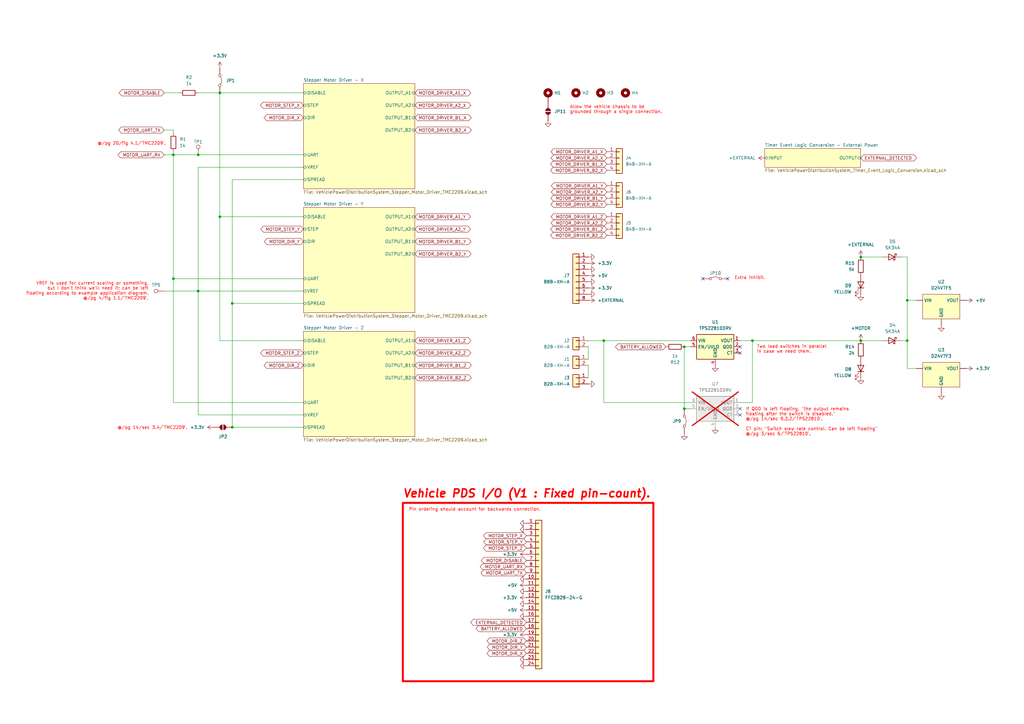
<source format=kicad_sch>
(kicad_sch (version 20250114) (generator "eeschema") (generator_version "9.0")
  (paper "A3")
  (lib_symbols
    (symbol "Connector:TestPoint" (pin_numbers (hide yes)) (pin_names (offset 0.762) (hide yes))
      (property "Reference" "TP" (at 0 6.858 0))
      (property "Value" "TestPoint" (at 0 5.08 0))
      (symbol "TestPoint_0_1"
        (circle (center 0 3.302) (radius 0.762))
      )
      (symbol "TestPoint_1_1"
        (pin passive line (at 0 0 90) (length 2.54) (name "1") (number "1"))
      )
    )
    (symbol "Connector_Generic:Conn_01x02" (pin_names (offset 1.016) (hide yes))
      (property "Reference" "J" (at 0 2.54 0))
      (property "Value" "Conn_01x02" (at 0 -5.08 0))
      (symbol "Conn_01x02_1_1"
        (rectangle (start -1.27 1.27) (end 1.27 -3.81) (stroke (width 0.254)) (fill (type background)))
        (rectangle (start -1.27 0.127) (end 0 -0.127) (stroke (width 0.1524)))
        (rectangle (start -1.27 -2.413) (end 0 -2.667) (stroke (width 0.1524)))
        (pin passive line (at -5.08 0 0) (length 3.81) (name "Pin_1") (number "1"))
        (pin passive line (at -5.08 -2.54 0) (length 3.81) (name "Pin_2") (number "2"))
      )
    )
    (symbol "Connector_Generic:Conn_01x04" (pin_names (offset 1.016) (hide yes))
      (property "Reference" "J" (at 0 5.08 0))
      (property "Value" "Conn_01x04" (at 0 -7.62 0))
      (symbol "Conn_01x04_1_1"
        (rectangle (start -1.27 3.81) (end 1.27 -6.35) (stroke (width 0.254)) (fill (type background)))
        (rectangle (start -1.27 2.667) (end 0 2.413) (stroke (width 0.1524)))
        (rectangle (start -1.27 0.127) (end 0 -0.127) (stroke (width 0.1524)))
        (rectangle (start -1.27 -2.413) (end 0 -2.667) (stroke (width 0.1524)))
        (rectangle (start -1.27 -4.953) (end 0 -5.207) (stroke (width 0.1524)))
        (pin passive line (at -5.08 2.54 0) (length 3.81) (name "Pin_1") (number "1"))
        (pin passive line (at -5.08 0 0) (length 3.81) (name "Pin_2") (number "2"))
        (pin passive line (at -5.08 -2.54 0) (length 3.81) (name "Pin_3") (number "3"))
        (pin passive line (at -5.08 -5.08 0) (length 3.81) (name "Pin_4") (number "4"))
      )
    )
    (symbol "Connector_Generic:Conn_01x08" (pin_names (offset 1.016) (hide yes))
      (property "Reference" "J" (at 0 10.16 0))
      (property "Value" "Conn_01x08" (at 0 -12.7 0))
      (symbol "Conn_01x08_1_1"
        (rectangle (start -1.27 8.89) (end 1.27 -11.43) (stroke (width 0.254)) (fill (type background)))
        (rectangle (start -1.27 7.747) (end 0 7.493) (stroke (width 0.1524)))
        (rectangle (start -1.27 5.207) (end 0 4.953) (stroke (width 0.1524)))
        (rectangle (start -1.27 2.667) (end 0 2.413) (stroke (width 0.1524)))
        (rectangle (start -1.27 0.127) (end 0 -0.127) (stroke (width 0.1524)))
        (rectangle (start -1.27 -2.413) (end 0 -2.667) (stroke (width 0.1524)))
        (rectangle (start -1.27 -4.953) (end 0 -5.207) (stroke (width 0.1524)))
        (rectangle (start -1.27 -7.493) (end 0 -7.747) (stroke (width 0.1524)))
        (rectangle (start -1.27 -10.033) (end 0 -10.287) (stroke (width 0.1524)))
        (pin passive line (at -5.08 7.62 0) (length 3.81) (name "Pin_1") (number "1"))
        (pin passive line (at -5.08 5.08 0) (length 3.81) (name "Pin_2") (number "2"))
        (pin passive line (at -5.08 2.54 0) (length 3.81) (name "Pin_3") (number "3"))
        (pin passive line (at -5.08 0 0) (length 3.81) (name "Pin_4") (number "4"))
        (pin passive line (at -5.08 -2.54 0) (length 3.81) (name "Pin_5") (number "5"))
        (pin passive line (at -5.08 -5.08 0) (length 3.81) (name "Pin_6") (number "6"))
        (pin passive line (at -5.08 -7.62 0) (length 3.81) (name "Pin_7") (number "7"))
        (pin passive line (at -5.08 -10.16 0) (length 3.81) (name "Pin_8") (number "8"))
      )
    )
    (symbol "Connector_Generic:Conn_01x24" (pin_names (offset 1.016) (hide yes))
      (property "Reference" "J" (at 0 30.48 0))
      (property "Value" "Conn_01x24" (at 0 -33.02 0))
      (symbol "Conn_01x24_1_1"
        (rectangle (start -1.27 29.21) (end 1.27 -31.75) (stroke (width 0.254)) (fill (type background)))
        (rectangle (start -1.27 28.067) (end 0 27.813) (stroke (width 0.1524)))
        (rectangle (start -1.27 25.527) (end 0 25.273) (stroke (width 0.1524)))
        (rectangle (start -1.27 22.987) (end 0 22.733) (stroke (width 0.1524)))
        (rectangle (start -1.27 20.447) (end 0 20.193) (stroke (width 0.1524)))
        (rectangle (start -1.27 17.907) (end 0 17.653) (stroke (width 0.1524)))
        (rectangle (start -1.27 15.367) (end 0 15.113) (stroke (width 0.1524)))
        (rectangle (start -1.27 12.827) (end 0 12.573) (stroke (width 0.1524)))
        (rectangle (start -1.27 10.287) (end 0 10.033) (stroke (width 0.1524)))
        (rectangle (start -1.27 7.747) (end 0 7.493) (stroke (width 0.1524)))
        (rectangle (start -1.27 5.207) (end 0 4.953) (stroke (width 0.1524)))
        (rectangle (start -1.27 2.667) (end 0 2.413) (stroke (width 0.1524)))
        (rectangle (start -1.27 0.127) (end 0 -0.127) (stroke (width 0.1524)))
        (rectangle (start -1.27 -2.413) (end 0 -2.667) (stroke (width 0.1524)))
        (rectangle (start -1.27 -4.953) (end 0 -5.207) (stroke (width 0.1524)))
        (rectangle (start -1.27 -7.493) (end 0 -7.747) (stroke (width 0.1524)))
        (rectangle (start -1.27 -10.033) (end 0 -10.287) (stroke (width 0.1524)))
        (rectangle (start -1.27 -12.573) (end 0 -12.827) (stroke (width 0.1524)))
        (rectangle (start -1.27 -15.113) (end 0 -15.367) (stroke (width 0.1524)))
        (rectangle (start -1.27 -17.653) (end 0 -17.907) (stroke (width 0.1524)))
        (rectangle (start -1.27 -20.193) (end 0 -20.447) (stroke (width 0.1524)))
        (rectangle (start -1.27 -22.733) (end 0 -22.987) (stroke (width 0.1524)))
        (rectangle (start -1.27 -25.273) (end 0 -25.527) (stroke (width 0.1524)))
        (rectangle (start -1.27 -27.813) (end 0 -28.067) (stroke (width 0.1524)))
        (rectangle (start -1.27 -30.353) (end 0 -30.607) (stroke (width 0.1524)))
        (pin passive line (at -5.08 27.94 0) (length 3.81) (name "Pin_1") (number "1"))
        (pin passive line (at -5.08 25.4 0) (length 3.81) (name "Pin_2") (number "2"))
        (pin passive line (at -5.08 22.86 0) (length 3.81) (name "Pin_3") (number "3"))
        (pin passive line (at -5.08 20.32 0) (length 3.81) (name "Pin_4") (number "4"))
        (pin passive line (at -5.08 17.78 0) (length 3.81) (name "Pin_5") (number "5"))
        (pin passive line (at -5.08 15.24 0) (length 3.81) (name "Pin_6") (number "6"))
        (pin passive line (at -5.08 12.7 0) (length 3.81) (name "Pin_7") (number "7"))
        (pin passive line (at -5.08 10.16 0) (length 3.81) (name "Pin_8") (number "8"))
        (pin passive line (at -5.08 7.62 0) (length 3.81) (name "Pin_9") (number "9"))
        (pin passive line (at -5.08 5.08 0) (length 3.81) (name "Pin_10") (number "10"))
        (pin passive line (at -5.08 2.54 0) (length 3.81) (name "Pin_11") (number "11"))
        (pin passive line (at -5.08 0 0) (length 3.81) (name "Pin_12") (number "12"))
        (pin passive line (at -5.08 -2.54 0) (length 3.81) (name "Pin_13") (number "13"))
        (pin passive line (at -5.08 -5.08 0) (length 3.81) (name "Pin_14") (number "14"))
        (pin passive line (at -5.08 -7.62 0) (length 3.81) (name "Pin_15") (number "15"))
        (pin passive line (at -5.08 -10.16 0) (length 3.81) (name "Pin_16") (number "16"))
        (pin passive line (at -5.08 -12.7 0) (length 3.81) (name "Pin_17") (number "17"))
        (pin passive line (at -5.08 -15.24 0) (length 3.81) (name "Pin_18") (number "18"))
        (pin passive line (at -5.08 -17.78 0) (length 3.81) (name "Pin_19") (number "19"))
        (pin passive line (at -5.08 -20.32 0) (length 3.81) (name "Pin_20") (number "20"))
        (pin passive line (at -5.08 -22.86 0) (length 3.81) (name "Pin_21") (number "21"))
        (pin passive line (at -5.08 -25.4 0) (length 3.81) (name "Pin_22") (number "22"))
        (pin passive line (at -5.08 -27.94 0) (length 3.81) (name "Pin_23") (number "23"))
        (pin passive line (at -5.08 -30.48 0) (length 3.81) (name "Pin_24") (number "24"))
      )
    )
    (symbol "D24V7Fx:D24V7Fx" (pin_numbers (hide yes))
      (property "Reference" "U" (at 8.382 -2.032 0))
      (property "Value" "D24V7Fx" (at 8.382 -4.318 0))
      (symbol "D24V7Fx_0_1"
        (rectangle (start -7.62 5.08) (end 7.62 -5.08) (fill (type background)))
      )
      (symbol "D24V7Fx_1_1"
        (pin passive line (at -10.16 2.54 0) (length 2.54) (name "VIN") (number "VIN"))
        (pin passive line (at 0 -7.62 90) (length 2.54) (name "GND") (number "GND"))
        (pin passive line (at 10.16 2.54 180) (length 2.54) (name "VOUT") (number "VOUT"))
      )
    )
    (symbol "Device:D_Schottky" (pin_numbers (hide yes)) (pin_names (offset 1.016) (hide yes))
      (property "Reference" "D" (at 0 2.54 0))
      (property "Value" "D_Schottky" (at 0 -2.54 0))
      (symbol "D_Schottky_0_1"
        (polyline (pts (xy -1.905 0.635) (xy -1.905 1.27) (xy -1.27 1.27) (xy -1.27 -1.27) (xy -0.635 -1.27) (xy -0.635 -0.635)) (stroke (width 0.254)))
        (polyline (pts (xy 1.27 1.27) (xy 1.27 -1.27) (xy -1.27 0) (xy 1.27 1.27)) (stroke (width 0.254)))
        (polyline (pts (xy 1.27 0) (xy -1.27 0)))
      )
      (symbol "D_Schottky_1_1"
        (pin passive line (at -3.81 0 0) (length 2.54) (name "K") (number "1"))
        (pin passive line (at 3.81 0 180) (length 2.54) (name "A") (number "2"))
      )
    )
    (symbol "Device:LED" (pin_numbers (hide yes)) (pin_names (offset 1.016) (hide yes))
      (property "Reference" "D" (at 0 2.54 0))
      (property "Value" "LED" (at 0 -2.54 0))
      (symbol "LED_0_1"
        (polyline (pts (xy -3.048 -0.762) (xy -4.572 -2.286) (xy -3.81 -2.286) (xy -4.572 -2.286) (xy -4.572 -1.524)))
        (polyline (pts (xy -1.778 -0.762) (xy -3.302 -2.286) (xy -2.54 -2.286) (xy -3.302 -2.286) (xy -3.302 -1.524)))
        (polyline (pts (xy -1.27 0) (xy 1.27 0)))
        (polyline (pts (xy -1.27 -1.27) (xy -1.27 1.27)) (stroke (width 0.254)))
        (polyline (pts (xy 1.27 -1.27) (xy 1.27 1.27) (xy -1.27 0) (xy 1.27 -1.27)) (stroke (width 0.254)))
      )
      (symbol "LED_1_1"
        (pin passive line (at -3.81 0 0) (length 2.54) (name "K") (number "1"))
        (pin passive line (at 3.81 0 180) (length 2.54) (name "A") (number "2"))
      )
    )
    (symbol "Device:R" (pin_numbers (hide yes)) (pin_names (offset 0))
      (property "Reference" "R" (at 2.032 0 90))
      (property "Value" "R" (at 0 0 90))
      (symbol "R_0_1"
        (rectangle (start -1.016 -2.54) (end 1.016 2.54) (stroke (width 0.254)))
      )
      (symbol "R_1_1"
        (pin passive line (at 0 3.81 270) (length 1.27) (name "~") (number "1"))
        (pin passive line (at 0 -3.81 90) (length 1.27) (name "~") (number "2"))
      )
    )
    (symbol "Jumper:Jumper_2_Bridged" (pin_numbers (hide yes)) (pin_names (offset 0) (hide yes))
      (property "Reference" "JP" (at 0 1.905 0))
      (property "Value" "Jumper_2_Bridged" (at 0 -2.54 0))
      (symbol "Jumper_2_Bridged_0_0"
        (circle (center -2.032 0) (radius 0.508))
        (circle (center 2.032 0) (radius 0.508))
      )
      (symbol "Jumper_2_Bridged_0_1"
        (arc (start -1.524 0.254) (mid 0 0.762) (end 1.524 0.254))
      )
      (symbol "Jumper_2_Bridged_1_1"
        (pin passive line (at -5.08 0 0) (length 2.54) (name "A") (number "1"))
        (pin passive line (at 5.08 0 180) (length 2.54) (name "B") (number "2"))
      )
    )
    (symbol "Jumper:SolderJumper_2_Open" (pin_numbers (hide yes)) (pin_names (offset 0) (hide yes)) (in_bom no)
      (property "Reference" "JP" (at 0 2.032 0))
      (property "Value" "SolderJumper_2_Open" (at 0 -2.54 0))
      (symbol "SolderJumper_2_Open_0_1"
        (polyline (pts (xy -0.254 1.016) (xy -0.254 -1.016)))
        (arc (start -0.254 -1.016) (mid -1.2656 0) (end -0.254 1.016))
        (arc (start -0.254 -1.016) (mid -1.2656 0) (end -0.254 1.016) (fill (type outline)))
        (arc (start 0.254 1.016) (mid 1.2656 0) (end 0.254 -1.016))
        (arc (start 0.254 1.016) (mid 1.2656 0) (end 0.254 -1.016) (fill (type outline)))
        (polyline (pts (xy 0.254 1.016) (xy 0.254 -1.016)))
      )
      (symbol "SolderJumper_2_Open_1_1"
        (pin passive line (at -3.81 0 0) (length 2.54) (name "A") (number "1"))
        (pin passive line (at 3.81 0 180) (length 2.54) (name "B") (number "2"))
      )
    )
    (symbol "Mechanical:MountingHole" (pin_names (offset 1.016)) (in_bom no)
      (property "Reference" "H" (at 0 5.08 0))
      (property "Value" "MountingHole" (at 0 3.175 0))
      (symbol "MountingHole_0_1"
        (circle (center 0 0) (radius 1.27) (stroke (width 1.27)))
      )
    )
    (symbol "Mechanical:MountingHole_Pad" (pin_numbers (hide yes)) (pin_names (offset 1.016) (hide yes)) (in_bom no)
      (property "Reference" "H" (at 0 6.35 0))
      (property "Value" "MountingHole_Pad" (at 0 4.445 0))
      (symbol "MountingHole_Pad_0_1"
        (circle (center 0 1.27) (radius 1.27) (stroke (width 1.27)))
      )
      (symbol "MountingHole_Pad_1_1"
        (pin input line (at 0 -2.54 90) (length 2.54) (name "1") (number "1"))
      )
    )
    (symbol "Power_Management:TPS22810DRV"
      (property "Reference" "U" (at -6.35 6.35 0))
      (property "Value" "TPS22810DRV" (at 7.62 -6.35 0))
      (symbol "TPS22810DRV_1_1"
        (rectangle (start -7.62 5.08) (end 7.62 -5.08) (stroke (width 0.254)) (fill (type background)))
        (pin power_in line (at -10.16 2.54 0) (length 2.54) (name "VIN") (number "6"))
        (pin input line (at -10.16 0 0) (length 2.54) (name "EN/UVLO") (number "5"))
        (pin power_in line (at 0 -7.62 90) (length 2.54) (name "GND") (number "4"))
        (pin passive line (at 0 -7.62 90) (length 2.54) (hide yes) (name "GND") (number "7"))
        (pin power_out line (at 10.16 2.54 180) (length 2.54) (name "VOUT") (number "1"))
        (pin open_collector line (at 10.16 0 180) (length 2.54) (name "QOD") (number "2"))
        (pin output line (at 10.16 -2.54 180) (length 2.54) (name "CT") (number "3"))
      )
    )
    (symbol "power:+3.3V" (power) (pin_numbers (hide yes)) (pin_names (offset 0) (hide yes))
      (property "Value" "+3.3V" (at 0 3.556 0))
      (symbol "+3.3V_0_1"
        (polyline (pts (xy -0.762 1.27) (xy 0 2.54)))
        (polyline (pts (xy 0 2.54) (xy 0.762 1.27)))
        (polyline (pts (xy 0 0) (xy 0 2.54)))
      )
      (symbol "+3.3V_1_1"
        (pin power_in line (at 0 0 90) (length 0) (name "~") (number "1"))
      )
    )
    (symbol "power:+BATT" (power) (pin_numbers (hide yes)) (pin_names (offset 0) (hide yes))
      (property "Value" "+BATT" (at 0 3.556 0))
      (symbol "+BATT_0_1"
        (polyline (pts (xy -0.762 1.27) (xy 0 2.54)))
        (polyline (pts (xy 0 2.54) (xy 0.762 1.27)))
        (polyline (pts (xy 0 0) (xy 0 2.54)))
      )
      (symbol "+BATT_1_1"
        (pin power_in line (at 0 0 90) (length 0) (name "~") (number "1"))
      )
    )
    (symbol "power:GND" (power) (pin_numbers (hide yes)) (pin_names (offset 0) (hide yes))
      (property "Value" "GND" (at 0 -3.81 0))
      (symbol "GND_0_1"
        (polyline (pts (xy 0 0) (xy 0 -1.27) (xy 1.27 -1.27) (xy 0 -2.54) (xy -1.27 -1.27) (xy 0 -1.27)))
      )
      (symbol "GND_1_1"
        (pin power_in line (at 0 0 270) (length 0) (name "~") (number "1"))
      )
    )
  )
  (rectangle (start 165.227 206.248) (end 267.97 279.4) (stroke (width 0.8128) (color 255 0 0 1)))
  (text "Pin ordering should account for backwards connection." (at 167.64 208.28 0) (effects (font (size 1.27 1.27) (thickness 0.1588)) (justify left top)))
  (text "Allow the vehicle chassis to be\ngrounded through a single connection." (at 233.68 43.18 0) (effects (font (size 1.27 1.27) (thickness 0.1588)) (justify left top)))
  (text "@/pg 20/fig 4.1/`TMC2209`." (at 68.072 58.928 0) (effects (font (size 1.27 1.27) (thickness 0.1588)) (justify right)))
  (text "Two load switches in parallel\nin case we need them." (at 310.388 141.478 0) (effects (font (size 1.27 1.27) (thickness 0.1588)) (justify left top)))
  (text "@/pg 14/sec 3.4/`TMC2209`." (at 76.962 175.514 0) (effects (font (size 1.27 1.27) (thickness 0.1588)) (justify right)))
  (text "VREF is used for current scaling or something,\nbut I don't think we'll need it; can be left\nfloating according to example application diagram.\n@/pg 4/fig 1.1/`TMC2209`." (at 60.96 119.38 0) (effects (font (size 1.27 1.27) (thickness 0.1588)) (justify right)))
  (text "Vehicle PDS I/O (V1 : Fixed pin-count)." (at 165.1 204.47 0) (effects (font (size 3.2512 3.2512) (thickness 0.6502) (bold yes) (italic yes)) (justify left bottom)))
  (text "Extra inhibit." (at 301.244 113.284 0) (effects (font (size 1.27 1.27) (thickness 0.1588)) (justify left top)))
  (text "If QOD is left floating, \"the output remains\nfloating after the switch is disabled.\"\n@/pg 14/sec 9.3.2/`TPS22810`.\n\nCT pin: \"Switch slew rate control. Can be left floating\"\n@/pg 3/sec 6/`TPS22810`." (at 305.816 167.132 0) (effects (font (size 1.27 1.27) (thickness 0.1588)) (justify left top)))
  (junction (at 372.11 123.19))
  (junction (at 71.12 63.5))
  (junction (at 247.65 139.7))
  (junction (at 81.28 63.5))
  (junction (at 280.67 167.64))
  (junction (at 90.17 38.1))
  (junction (at 280.67 142.24))
  (junction (at 308.61 139.7))
  (junction (at 95.25 124.46))
  (junction (at 71.12 114.3))
  (junction (at 95.25 175.26))
  (junction (at 372.11 139.7))
  (junction (at 81.28 119.38))
  (junction (at 353.06 105.41))
  (junction (at 90.17 88.9))
  (junction (at 353.06 139.7))
  (no_connect (at 303.53 170.18))
  (no_connect (at 303.53 144.78))
  (no_connect (at 298.45 114.3))
  (no_connect (at 303.53 142.24))
  (no_connect (at 288.29 114.3))
  (no_connect (at 303.53 167.64))
  (wire (pts (xy 71.12 53.34) (xy 67.31 53.34)))
  (wire (pts (xy 90.17 38.1) (xy 90.17 88.9)))
  (wire (pts (xy 308.61 139.7) (xy 353.06 139.7)))
  (wire (pts (xy 372.11 105.41) (xy 372.11 123.19)))
  (wire (pts (xy 95.25 73.66) (xy 95.25 124.46)))
  (wire (pts (xy 247.65 165.1) (xy 283.21 165.1)))
  (wire (pts (xy 280.67 142.24) (xy 280.67 167.64)))
  (wire (pts (xy 124.46 175.26) (xy 95.25 175.26)))
  (wire (pts (xy 71.12 62.23) (xy 71.12 63.5)))
  (wire (pts (xy 124.46 73.66) (xy 95.25 73.66)))
  (wire (pts (xy 124.46 170.18) (xy 81.28 170.18)))
  (wire (pts (xy 372.11 123.19) (xy 372.11 139.7)))
  (wire (pts (xy 90.17 38.1) (xy 124.46 38.1)))
  (wire (pts (xy 372.11 123.19) (xy 375.92 123.19)))
  (wire (pts (xy 241.3 139.7) (xy 247.65 139.7)))
  (wire (pts (xy 303.53 139.7) (xy 308.61 139.7)))
  (wire (pts (xy 71.12 63.5) (xy 71.12 114.3)))
  (wire (pts (xy 81.28 63.5) (xy 71.12 63.5)))
  (wire (pts (xy 124.46 63.5) (xy 81.28 63.5)))
  (wire (pts (xy 247.65 139.7) (xy 283.21 139.7)))
  (wire (pts (xy 124.46 139.7) (xy 90.17 139.7)))
  (wire (pts (xy 241.3 142.24) (xy 241.3 147.32)))
  (wire (pts (xy 280.67 142.24) (xy 283.21 142.24)))
  (wire (pts (xy 71.12 54.61) (xy 71.12 53.34)))
  (wire (pts (xy 95.25 124.46) (xy 124.46 124.46)))
  (wire (pts (xy 372.11 105.41) (xy 369.57 105.41)))
  (wire (pts (xy 67.31 119.38) (xy 81.28 119.38)))
  (wire (pts (xy 372.11 139.7) (xy 369.57 139.7)))
  (wire (pts (xy 124.46 165.1) (xy 71.12 165.1)))
  (wire (pts (xy 375.92 151.13) (xy 372.11 151.13)))
  (wire (pts (xy 67.31 63.5) (xy 71.12 63.5)))
  (wire (pts (xy 372.11 151.13) (xy 372.11 139.7)))
  (wire (pts (xy 353.06 105.41) (xy 361.95 105.41)))
  (wire (pts (xy 308.61 165.1) (xy 308.61 139.7)))
  (wire (pts (xy 124.46 88.9) (xy 90.17 88.9)))
  (wire (pts (xy 81.28 68.58) (xy 81.28 119.38)))
  (wire (pts (xy 81.28 38.1) (xy 90.17 38.1)))
  (wire (pts (xy 81.28 119.38) (xy 81.28 170.18)))
  (wire (pts (xy 81.28 119.38) (xy 124.46 119.38)))
  (wire (pts (xy 90.17 139.7) (xy 90.17 88.9)))
  (wire (pts (xy 95.25 175.26) (xy 95.25 124.46)))
  (wire (pts (xy 71.12 114.3) (xy 71.12 165.1)))
  (wire (pts (xy 241.3 149.86) (xy 241.3 154.94)))
  (wire (pts (xy 280.67 167.64) (xy 283.21 167.64)))
  (wire (pts (xy 303.53 165.1) (xy 308.61 165.1)))
  (wire (pts (xy 124.46 68.58) (xy 81.28 68.58)))
  (wire (pts (xy 247.65 139.7) (xy 247.65 165.1)))
  (wire (pts (xy 71.12 114.3) (xy 124.46 114.3)))
  (wire (pts (xy 353.06 139.7) (xy 361.95 139.7)))
  (wire (pts (xy 67.31 38.1) (xy 73.66 38.1)))
  (global_label "MOTOR_DRIVER_A1_X" (shape bidirectional) (at 170.18 38.1 0) (property "Intersheetrefs" "${INTERSHEET_REFS}" (effects (hide yes))))
  (global_label "MOTOR_DRIVER_A1_Y" (shape bidirectional) (at 170.18 88.9 0) (property "Intersheetrefs" "${INTERSHEET_REFS}" (effects (hide yes))))
  (global_label "MOTOR_DRIVER_B1_X" (shape bidirectional) (at 248.92 67.31 180) (property "Intersheetrefs" "${INTERSHEET_REFS}" (effects (hide yes))))
  (global_label "MOTOR_DIR_X" (shape bidirectional) (at 215.9 267.97 180) (property "Intersheetrefs" "${INTERSHEET_REFS}" (effects (hide yes))))
  (global_label "MOTOR_DRIVER_B1_Y" (shape bidirectional) (at 170.18 99.06 0) (property "Intersheetrefs" "${INTERSHEET_REFS}" (effects (hide yes))))
  (global_label "MOTOR_DIR_Y" (shape bidirectional) (at 124.46 99.06 180) (property "Intersheetrefs" "${INTERSHEET_REFS}" (effects (hide yes))))
  (global_label "MOTOR_DRIVER_B2_Y" (shape bidirectional) (at 170.18 104.14 0) (property "Intersheetrefs" "${INTERSHEET_REFS}" (effects (hide yes))))
  (global_label "MOTOR_UART_RX" (shape bidirectional) (at 67.31 63.5 180) (property "Intersheetrefs" "${INTERSHEET_REFS}" (effects (hide yes))))
  (global_label "MOTOR_DRIVER_B1_X" (shape bidirectional) (at 170.18 48.26 0) (property "Intersheetrefs" "${INTERSHEET_REFS}" (effects (hide yes))))
  (global_label "MOTOR_DRIVER_A1_Z" (shape bidirectional) (at 170.18 139.7 0) (property "Intersheetrefs" "${INTERSHEET_REFS}" (effects (hide yes))))
  (global_label "EXTERNAL_DETECTED" (shape bidirectional) (at 353.06 64.77 0) (property "Intersheetrefs" "${INTERSHEET_REFS}" (effects (hide yes))))
  (global_label "MOTOR_DRIVER_A2_X" (shape bidirectional) (at 170.18 43.18 0) (property "Intersheetrefs" "${INTERSHEET_REFS}" (effects (hide yes))))
  (global_label "MOTOR_STEP_X" (shape bidirectional) (at 124.46 43.18 180) (property "Intersheetrefs" "${INTERSHEET_REFS}" (effects (hide yes))))
  (global_label "EXTERNAL_DETECTED" (shape bidirectional) (at 215.9 255.27 180) (property "Intersheetrefs" "${INTERSHEET_REFS}" (effects (hide yes))))
  (global_label "MOTOR_DRIVER_A2_Z" (shape bidirectional) (at 170.18 144.78 0) (property "Intersheetrefs" "${INTERSHEET_REFS}" (effects (hide yes))))
  (global_label "BATTERY_ALLOWED" (shape bidirectional) (at 215.9 257.81 180) (property "Intersheetrefs" "${INTERSHEET_REFS}" (effects (hide yes))))
  (global_label "MOTOR_DISABLE" (shape bidirectional) (at 67.31 38.1 180) (property "Intersheetrefs" "${INTERSHEET_REFS}" (effects (hide yes))))
  (global_label "MOTOR_DIR_X" (shape bidirectional) (at 124.46 48.26 180) (property "Intersheetrefs" "${INTERSHEET_REFS}" (effects (hide yes))))
  (global_label "MOTOR_DRIVER_B2_X" (shape bidirectional) (at 248.92 69.85 180) (property "Intersheetrefs" "${INTERSHEET_REFS}" (effects (hide yes))))
  (global_label "BATTERY_ALLOWED" (shape bidirectional) (at 273.05 142.24 180) (property "Intersheetrefs" "${INTERSHEET_REFS}" (effects (hide yes))))
  (global_label "MOTOR_DIR_Y" (shape bidirectional) (at 215.9 265.43 180) (property "Intersheetrefs" "${INTERSHEET_REFS}" (effects (hide yes))))
  (global_label "MOTOR_STEP_X" (shape bidirectional) (at 215.9 219.71 180) (property "Intersheetrefs" "${INTERSHEET_REFS}" (effects (hide yes))))
  (global_label "MOTOR_DISABLE" (shape bidirectional) (at 215.9 229.87 180) (property "Intersheetrefs" "${INTERSHEET_REFS}" (effects (hide yes))))
  (global_label "MOTOR_DRIVER_A1_Z" (shape bidirectional) (at 248.92 88.9 180) (property "Intersheetrefs" "${INTERSHEET_REFS}" (effects (hide yes))))
  (global_label "MOTOR_UART_TX" (shape bidirectional) (at 215.9 234.95 180) (property "Intersheetrefs" "${INTERSHEET_REFS}" (effects (hide yes))))
  (global_label "MOTOR_DRIVER_A2_Z" (shape bidirectional) (at 248.92 91.44 180) (property "Intersheetrefs" "${INTERSHEET_REFS}" (effects (hide yes))))
  (global_label "MOTOR_DRIVER_A1_Y" (shape bidirectional) (at 248.92 76.2 180) (property "Intersheetrefs" "${INTERSHEET_REFS}" (effects (hide yes))))
  (global_label "MOTOR_STEP_Z" (shape bidirectional) (at 124.46 144.78 180) (property "Intersheetrefs" "${INTERSHEET_REFS}" (effects (hide yes))))
  (global_label "MOTOR_DIR_Z" (shape bidirectional) (at 124.46 149.86 180) (property "Intersheetrefs" "${INTERSHEET_REFS}" (effects (hide yes))))
  (global_label "MOTOR_DIR_Z" (shape bidirectional) (at 215.9 262.89 180) (property "Intersheetrefs" "${INTERSHEET_REFS}" (effects (hide yes))))
  (global_label "MOTOR_DRIVER_B2_Y" (shape bidirectional) (at 248.92 83.82 180) (property "Intersheetrefs" "${INTERSHEET_REFS}" (effects (hide yes))))
  (global_label "MOTOR_UART_TX" (shape bidirectional) (at 67.31 53.34 180) (property "Intersheetrefs" "${INTERSHEET_REFS}" (effects (hide yes))))
  (global_label "MOTOR_DRIVER_A1_X" (shape bidirectional) (at 248.92 62.23 180) (property "Intersheetrefs" "${INTERSHEET_REFS}" (effects (hide yes))))
  (global_label "MOTOR_DRIVER_B1_Y" (shape bidirectional) (at 248.92 81.28 180) (property "Intersheetrefs" "${INTERSHEET_REFS}" (effects (hide yes))))
  (global_label "MOTOR_STEP_Y" (shape bidirectional) (at 124.46 93.98 180) (property "Intersheetrefs" "${INTERSHEET_REFS}" (effects (hide yes))))
  (global_label "MOTOR_STEP_Y" (shape bidirectional) (at 215.9 222.25 180) (property "Intersheetrefs" "${INTERSHEET_REFS}" (effects (hide yes))))
  (global_label "MOTOR_DRIVER_B2_Z" (shape bidirectional) (at 248.92 96.52 180) (property "Intersheetrefs" "${INTERSHEET_REFS}" (effects (hide yes))))
  (global_label "MOTOR_DRIVER_B1_Z" (shape bidirectional) (at 248.92 93.98 180) (property "Intersheetrefs" "${INTERSHEET_REFS}" (effects (hide yes))))
  (global_label "MOTOR_DRIVER_A2_X" (shape bidirectional) (at 248.92 64.77 180) (property "Intersheetrefs" "${INTERSHEET_REFS}" (effects (hide yes))))
  (global_label "MOTOR_DRIVER_B2_Z" (shape bidirectional) (at 170.18 154.94 0) (property "Intersheetrefs" "${INTERSHEET_REFS}" (effects (hide yes))))
  (global_label "MOTOR_UART_RX" (shape bidirectional) (at 215.9 232.41 180) (property "Intersheetrefs" "${INTERSHEET_REFS}" (effects (hide yes))))
  (global_label "MOTOR_DRIVER_B2_X" (shape bidirectional) (at 170.18 53.34 0) (property "Intersheetrefs" "${INTERSHEET_REFS}" (effects (hide yes))))
  (global_label "MOTOR_DRIVER_A2_Y" (shape bidirectional) (at 170.18 93.98 0) (property "Intersheetrefs" "${INTERSHEET_REFS}" (effects (hide yes))))
  (global_label "MOTOR_DRIVER_B1_Z" (shape bidirectional) (at 170.18 149.86 0) (property "Intersheetrefs" "${INTERSHEET_REFS}" (effects (hide yes))))
  (global_label "MOTOR_DRIVER_A2_Y" (shape bidirectional) (at 248.92 78.74 180) (property "Intersheetrefs" "${INTERSHEET_REFS}" (effects (hide yes))))
  (global_label "MOTOR_STEP_Z" (shape bidirectional) (at 215.9 224.79 180) (property "Intersheetrefs" "${INTERSHEET_REFS}" (effects (hide yes))))
  (symbol (lib_id "power:GND") (at 293.37 175.26 0) (unit 1)
    (property "Reference" "#PWR011" (effects (hide yes)))
    (property "Value" "GND" (effects (hide yes)))
    (property "Description" "Power symbol creates a global label with name \"GND\" , ground" (effects (hide yes)))
  )
  (symbol (lib_id "power:GND") (at 241.3 120.65 90) (unit 1)
    (property "Reference" "#PWR019" (effects (hide yes)))
    (property "Value" "GND" (effects (hide yes)))
    (property "Description" "Power symbol creates a global label with name \"GND\" , ground" (effects (hide yes)))
  )
  (symbol (lib_id "Connector:TestPoint") (at 81.28 63.5 0) (unit 1)
    (property "Reference" "TP1" (at 81.28 58.166 0))
    (property "Value" "TestPoint" (effects (hide yes)))
    (property "Footprint" "TestPoint:TestPoint_Pad_1.0x1.0mm" (effects (hide yes)))
    (property "Description" "test point" (effects (hide yes)))
  )
  (symbol (lib_id "Device:R") (at 276.86 142.24 90) (unit 1)
    (property "Reference" "R12" (at 276.86 148.59 90))
    (property "Value" "1k" (at 276.86 146.05 90))
    (property "Footprint" "Resistor_SMD:R_1206_3216Metric_Pad1.30x1.75mm_HandSolder" (effects (hide yes)))
    (property "Description" "Resistor" (effects (hide yes)))
  )
  (symbol (lib_id "Device:LED") (at 353.06 151.13 270) (mirror x) (unit 1)
    (property "Reference" "D8" (at 349.25 151.4474 90) (effects (justify right)))
    (property "Value" "YELLOW" (at 349.25 153.9874 90) (effects (justify right)))
    (property "Footprint" "LED_SMD:LED_1206_3216Metric_Pad1.42x1.75mm_HandSolder" (effects (hide yes)))
    (property "Description" "Light emitting diode" (effects (hide yes)))
    (property "Sim.Pins" "1=K 2=A" (effects (hide yes)))
  )
  (symbol (lib_id "power:+3.3V") (at 215.9 250.19 90) (unit 1)
    (property "Reference" "#PWR0108" (effects (hide yes)))
    (property "Value" "+5V" (at 212.09 250.1899 90) (effects (justify left)))
    (property "Description" "Power symbol creates a global label with name \"+3.3V\"" (effects (hide yes)))
  )
  (symbol (lib_id "power:+3.3V") (at 215.9 240.03 90) (unit 1)
    (property "Reference" "#PWR0110" (effects (hide yes)))
    (property "Value" "+5V" (at 212.09 240.0299 90) (effects (justify left)))
    (property "Description" "Power symbol creates a global label with name \"+3.3V\"" (effects (hide yes)))
  )
  (symbol (lib_id "power:GND") (at 386.08 133.35 0) (unit 1)
    (property "Reference" "#PWR05" (effects (hide yes)))
    (property "Value" "GND" (effects (hide yes)))
    (property "Description" "Power symbol creates a global label with name \"GND\" , ground" (effects (hide yes)))
  )
  (symbol (lib_id "power:GND") (at 215.9 217.17 270) (unit 1)
    (property "Reference" "#PWR0104" (effects (hide yes)))
    (property "Value" "GND" (effects (hide yes)))
    (property "Description" "Power symbol creates a global label with name \"GND\" , ground" (effects (hide yes)))
  )
  (symbol (lib_id "Device:D_Schottky") (at 365.76 105.41 0) (mirror y) (unit 1)
    (property "Reference" "D5" (at 366.0775 99.06 0))
    (property "Value" "SK34A" (at 366.0775 101.6 0))
    (property "Footprint" "Diode_SMD:D_SMA-SMB_Universal_Handsoldering" (effects (hide yes)))
    (property "Description" "Schottky diode" (effects (hide yes)))
  )
  (symbol (lib_id "Device:LED") (at 353.06 116.84 270) (mirror x) (unit 1)
    (property "Reference" "D9" (at 349.25 117.1574 90) (effects (justify right)))
    (property "Value" "YELLOW" (at 349.25 119.6974 90) (effects (justify right)))
    (property "Footprint" "LED_SMD:LED_1206_3216Metric_Pad1.42x1.75mm_HandSolder" (effects (hide yes)))
    (property "Description" "Light emitting diode" (effects (hide yes)))
    (property "Sim.Pins" "1=K 2=A" (effects (hide yes)))
  )
  (symbol (lib_id "Connector_Generic:Conn_01x08") (at 236.22 113.03 0) (mirror y) (unit 1)
    (property "Reference" "J7" (at 233.68 113.0299 0) (effects (justify left)))
    (property "Value" "B8B-XH-A" (at 233.68 115.5699 0) (effects (justify left)))
    (property "Footprint" "Connector_JST:JST_XH_B8B-XH-A_1x08_P2.50mm_Vertical" (effects (hide yes)))
    (property "Description" "Generic connector, single row, 01x08, script generated (kicad-library-utils/schlib/autogen/connector/)" (effects (hide yes)))
  )
  (symbol (lib_id "power:GND") (at 215.9 252.73 270) (unit 1)
    (property "Reference" "#PWR0106" (effects (hide yes)))
    (property "Value" "GND" (effects (hide yes)))
    (property "Description" "Power symbol creates a global label with name \"GND\" , ground" (effects (hide yes)))
  )
  (symbol (lib_id "power:GND") (at 280.67 177.8 0) (unit 1)
    (property "Reference" "#PWR01" (effects (hide yes)))
    (property "Value" "GND" (effects (hide yes)))
    (property "Description" "Power symbol creates a global label with name \"GND\" , ground" (effects (hide yes)))
  )
  (symbol (lib_id "power:GND") (at 215.9 237.49 270) (unit 1)
    (property "Reference" "#PWR0109" (effects (hide yes)))
    (property "Value" "GND" (effects (hide yes)))
    (property "Description" "Power symbol creates a global label with name \"GND\" , ground" (effects (hide yes)))
  )
  (symbol (lib_id "power:+BATT") (at 396.24 151.13 270) (unit 1)
    (property "Reference" "#PWR09" (effects (hide yes)))
    (property "Value" "+3.3V" (at 400.05 151.1299 90) (effects (justify left)))
    (property "Description" "Power symbol creates a global label with name \"+BATT\"" (effects (hide yes)))
  )
  (symbol (lib_id "power:+3.3V") (at 215.9 260.35 90) (unit 1)
    (property "Reference" "#PWR0107" (effects (hide yes)))
    (property "Value" "+3.3V" (at 212.09 260.3499 90) (effects (justify left)))
    (property "Description" "Power symbol creates a global label with name \"+3.3V\"" (effects (hide yes)))
  )
  (symbol (lib_id "power:GND") (at 215.9 242.57 270) (unit 1)
    (property "Reference" "#PWR0111" (effects (hide yes)))
    (property "Value" "GND" (effects (hide yes)))
    (property "Description" "Power symbol creates a global label with name \"GND\" , ground" (effects (hide yes)))
  )
  (symbol (lib_id "power:GND") (at 386.08 161.29 0) (unit 1)
    (property "Reference" "#PWR06" (effects (hide yes)))
    (property "Value" "GND" (effects (hide yes)))
    (property "Description" "Power symbol creates a global label with name \"GND\" , ground" (effects (hide yes)))
  )
  (symbol (lib_id "Mechanical:MountingHole_Pad") (at 224.79 39.37 0) (unit 1) (in_bom no)
    (property "Reference" "H1" (at 227.33 38.0999 0) (effects (justify left)))
    (property "Value" "MountingHole_Pad" (effects (hide yes)))
    (property "Footprint" "MountingHole:MountingHole_3.2mm_M3_DIN965_Pad" (effects (hide yes)))
    (property "Description" "Mounting Hole with connection" (effects (hide yes)))
  )
  (symbol (lib_id "Connector_Generic:Conn_01x24") (at 220.98 242.57 0) (unit 1)
    (property "Reference" "J8" (at 223.52 242.5699 0) (effects (justify left)))
    (property "Value" "FFC2B28-24-G" (at 223.52 245.1099 0) (effects (justify left)))
    (property "Footprint" "pcb:Flat Flexible Cable 24-Pin 0.5mm Connector" (effects (hide yes)))
    (property "Description" "Generic connector, single row, 01x24, script generated (kicad-library-utils/schlib/autogen/connector/)" (effects (hide yes)))
  )
  (symbol (lib_id "Jumper:SolderJumper_2_Open") (at 224.79 45.72 90) (unit 1) (in_bom no)
    (property "Reference" "JP11" (at 227.33 45.7199 90) (effects (justify right)))
    (property "Value" "SolderJumper_2_Open" (effects (hide yes)))
    (property "Footprint" "Jumper:SolderJumper-2_P1.3mm_Open_RoundedPad1.0x1.5mm" (effects (hide yes)))
    (property "Description" "Solder Jumper, 2-pole, open" (effects (hide yes)))
  )
  (symbol (lib_id "power:GND") (at 215.9 270.51 270) (unit 1)
    (property "Reference" "#PWR0103" (effects (hide yes)))
    (property "Value" "GND" (effects (hide yes)))
    (property "Description" "Power symbol creates a global label with name \"GND\" , ground" (effects (hide yes)))
  )
  (symbol (lib_id "Jumper:Jumper_2_Bridged") (at 280.67 172.72 270) (mirror x) (unit 1)
    (property "Reference" "JP9" (at 279.4 172.7199 90) (effects (justify right)))
    (property "Value" "Jumper_2_Bridged" (effects (hide yes)))
    (property "Footprint" "pcb:NPC02SXON-RC" (effects (hide yes)))
    (property "Description" "Jumper, 2-pole, closed/bridged" (effects (hide yes)))
  )
  (symbol (lib_id "power:+3.3V") (at 241.3 113.03 270) (unit 1)
    (property "Reference" "#PWR022" (effects (hide yes)))
    (property "Value" "+5V" (at 245.11 113.0301 90) (effects (justify left)))
    (property "Description" "Power symbol creates a global label with name \"+3.3V\"" (effects (hide yes)))
  )
  (symbol (lib_id "Connector_Generic:Conn_01x04") (at 254 64.77 0) (unit 1)
    (property "Reference" "J4" (at 256.54 64.7699 0) (effects (justify left)))
    (property "Value" "B4B-XH-A" (at 256.54 67.3099 0) (effects (justify left)))
    (property "Footprint" "Connector_JST:JST_XH_B4B-XH-A_1x04_P2.50mm_Vertical" (effects (hide yes)))
    (property "Description" "Generic connector, single row, 01x04, script generated (kicad-library-utils/schlib/autogen/connector/)" (effects (hide yes)))
  )
  (symbol (lib_id "power:GND") (at 353.06 120.65 0) (unit 1)
    (property "Reference" "#PWR067" (effects (hide yes)))
    (property "Value" "GND" (effects (hide yes)))
    (property "Description" "Power symbol creates a global label with name \"GND\" , ground" (effects (hide yes)))
  )
  (symbol (lib_id "Connector_Generic:Conn_01x02") (at 236.22 154.94 0) (mirror y) (unit 1)
    (property "Reference" "J3" (at 233.68 154.9399 0) (effects (justify left)))
    (property "Value" "B2B-XH-A" (at 233.68 157.4799 0) (effects (justify left)))
    (property "Footprint" "Connector_JST:JST_XH_B2B-XH-A_1x02_P2.50mm_Vertical" (effects (hide yes)))
    (property "Description" "Generic connector, single row, 01x02, script generated (kicad-library-utils/schlib/autogen/connector/)" (effects (hide yes)))
  )
  (symbol (lib_id "Mechanical:MountingHole") (at 256.54 38.1 0) (unit 1) (in_bom no)
    (property "Reference" "H4" (at 259.08 38.1 0) (effects (justify left)))
    (property "Value" "MountingHole" (effects (hide yes)))
    (property "Footprint" "MountingHole:MountingHole_3.2mm_M3" (effects (hide yes)))
    (property "Description" "Mounting Hole without connection" (effects (hide yes)))
  )
  (symbol (lib_id "power:GND") (at 215.9 214.63 270) (unit 1)
    (property "Reference" "#PWR0101" (effects (hide yes)))
    (property "Value" "GND" (effects (hide yes)))
    (property "Description" "Power symbol creates a global label with name \"GND\" , ground" (effects (hide yes)))
  )
  (symbol (lib_id "power:GND") (at 353.06 154.94 0) (unit 1)
    (property "Reference" "#PWR066" (effects (hide yes)))
    (property "Value" "GND" (effects (hide yes)))
    (property "Description" "Power symbol creates a global label with name \"GND\" , ground" (effects (hide yes)))
  )
  (symbol (lib_id "Jumper:Jumper_2_Bridged") (at 293.37 114.3 0) (unit 1)
    (property "Reference" "JP10" (at 293.37 112.014 0))
    (property "Value" "Jumper_2_Bridged" (effects (hide yes)))
    (property "Footprint" "pcb:NPC02SXON-RC" (effects (hide yes)))
    (property "Description" "Jumper, 2-pole, closed/bridged" (effects (hide yes)))
  )
  (symbol (lib_id "D24V7Fx:D24V7Fx") (at 386.08 125.73 0) (unit 1)
    (property "Reference" "U2" (at 386.08 115.57 0))
    (property "Value" "D24V7F5" (at 386.08 118.11 0))
    (property "Footprint" "pcb:D24V7Fx" (effects (hide yes)))
    (property "Datasheet" "https://www.pololu.com/category/365/d24v7fx-step-down-voltage-regulators" (effects (hide yes)))
    (property "Description" "D24V7Fx Step-Down Voltage Regulator" (effects (hide yes)))
  )
  (symbol (lib_id "power:GND") (at 241.3 157.48 90) (mirror x) (unit 1)
    (property "Reference" "#PWR012" (effects (hide yes)))
    (property "Value" "GND" (effects (hide yes)))
    (property "Description" "Power symbol creates a global label with name \"GND\" , ground" (effects (hide yes)))
  )
  (symbol (lib_id "power:+BATT") (at 353.06 139.7 0) (unit 1)
    (property "Reference" "#PWR07" (effects (hide yes)))
    (property "Value" "+MOTOR" (at 353.06 134.62 0))
    (property "Description" "Power symbol creates a global label with name \"+BATT\"" (effects (hide yes)))
  )
  (symbol (lib_id "power:+3.3V") (at 215.9 227.33 90) (unit 1)
    (property "Reference" "#PWR0113" (effects (hide yes)))
    (property "Value" "+3.3V" (at 212.09 227.3299 90) (effects (justify left)))
    (property "Description" "Power symbol creates a global label with name \"+3.3V\"" (effects (hide yes)))
  )
  (symbol (lib_id "Connector_Generic:Conn_01x02") (at 236.22 147.32 0) (mirror y) (unit 1)
    (property "Reference" "J1" (at 233.68 147.3199 0) (effects (justify left)))
    (property "Value" "B2B-XH-A" (at 233.68 149.8599 0) (effects (justify left)))
    (property "Footprint" "Connector_JST:JST_XH_B2B-XH-A_1x02_P2.50mm_Vertical" (effects (hide yes)))
    (property "Description" "Generic connector, single row, 01x02, script generated (kicad-library-utils/schlib/autogen/connector/)" (effects (hide yes)))
  )
  (symbol (lib_id "power:GND") (at 293.37 149.86 0) (unit 1)
    (property "Reference" "#PWR04" (effects (hide yes)))
    (property "Value" "GND" (effects (hide yes)))
    (property "Description" "Power symbol creates a global label with name \"GND\" , ground" (effects (hide yes)))
  )
  (symbol (lib_id "power:+3.3V") (at 215.9 245.11 90) (unit 1)
    (property "Reference" "#PWR0112" (effects (hide yes)))
    (property "Value" "+3.3V" (at 212.09 245.1099 90) (effects (justify left)))
    (property "Description" "Power symbol creates a global label with name \"+3.3V\"" (effects (hide yes)))
  )
  (symbol (lib_id "Mechanical:MountingHole") (at 246.38 38.1 0) (unit 1) (in_bom no)
    (property "Reference" "H3" (at 248.92 38.1 0) (effects (justify left)))
    (property "Value" "MountingHole" (effects (hide yes)))
    (property "Footprint" "MountingHole:MountingHole_3.2mm_M3" (effects (hide yes)))
    (property "Description" "Mounting Hole without connection" (effects (hide yes)))
  )
  (symbol (lib_id "power:GND") (at 215.9 273.05 270) (unit 1)
    (property "Reference" "#PWR0102" (effects (hide yes)))
    (property "Value" "GND" (effects (hide yes)))
    (property "Description" "Power symbol creates a global label with name \"GND\" , ground" (effects (hide yes)))
  )
  (symbol (lib_id "Device:R") (at 71.12 58.42 0) (unit 1)
    (property "Reference" "R1" (at 73.66 57.1499 0) (effects (justify left)))
    (property "Value" "1k" (at 73.66 59.6899 0) (effects (justify left)))
    (property "Footprint" "Resistor_SMD:R_1206_3216Metric_Pad1.30x1.75mm_HandSolder" (effects (hide yes)))
    (property "Description" "Resistor" (effects (hide yes)))
  )
  (symbol (lib_id "Connector_Generic:Conn_01x02") (at 236.22 139.7 0) (mirror y) (unit 1)
    (property "Reference" "J2" (at 233.68 139.6999 0) (effects (justify left)))
    (property "Value" "B2B-XH-A" (at 233.68 142.2399 0) (effects (justify left)))
    (property "Footprint" "Connector_JST:JST_XH_B2B-XH-A_1x02_P2.50mm_Vertical" (effects (hide yes)))
    (property "Description" "Generic connector, single row, 01x02, script generated (kicad-library-utils/schlib/autogen/connector/)" (effects (hide yes)))
  )
  (symbol (lib_id "Power_Management:TPS22810DRV") (at 293.37 142.24 0) (unit 1)
    (property "Reference" "U1" (at 293.37 132.08 0))
    (property "Value" "TPS22810DRV" (at 293.37 134.62 0))
    (property "Footprint" "Package_SON:WSON-6-1EP_2x2mm_P0.65mm_EP1x1.6mm_ThermalVias" (effects (hide yes)))
    (property "Datasheet" "http://www.ti.com/lit/ds/symlink/tps22810.pdf" (effects (hide yes)))
    (property "Description" "2.7..18V, 3A, 79mohms On-Resistance Load Switch With Thermal Protection, WSON-6" (effects (hide yes)))
  )
  (symbol (lib_id "Connector:TestPoint") (at 67.31 119.38 90) (unit 1)
    (property "Reference" "TP5" (at 64.008 116.84 90))
    (property "Value" "TestPoint" (effects (hide yes)))
    (property "Footprint" "TestPoint:TestPoint_Pad_1.0x1.0mm" (effects (hide yes)))
    (property "Description" "test point" (effects (hide yes)))
  )
  (symbol (lib_id "power:+3.3V") (at 90.17 27.94 0) (unit 1)
    (property "Reference" "#PWR017" (effects (hide yes)))
    (property "Value" "+3.3V" (at 90.17 22.86 0))
    (property "Description" "Power symbol creates a global label with name \"+3.3V\"" (effects (hide yes)))
  )
  (symbol (lib_id "Jumper:SolderJumper_2_Open") (at 91.44 175.26 0) (unit 1) (in_bom no)
    (property "Reference" "JP2" (at 91.44 179.07 0))
    (property "Value" "SolderJumper_2_Open" (effects (hide yes)))
    (property "Footprint" "Jumper:SolderJumper-2_P1.3mm_Open_RoundedPad1.0x1.5mm" (effects (hide yes)))
    (property "Description" "Solder Jumper, 2-pole, open" (effects (hide yes)))
  )
  (symbol (lib_id "D24V7Fx:D24V7Fx") (at 386.08 153.67 0) (unit 1)
    (property "Reference" "U3" (at 386.08 143.51 0))
    (property "Value" "D24V7F3" (at 386.08 146.05 0))
    (property "Footprint" "pcb:D24V7Fx" (effects (hide yes)))
    (property "Datasheet" "https://www.pololu.com/category/365/d24v7fx-step-down-voltage-regulators" (effects (hide yes)))
    (property "Description" "D24V7Fx Step-Down Voltage Regulator" (effects (hide yes)))
  )
  (symbol (lib_id "Device:R") (at 353.06 143.51 0) (mirror x) (unit 1)
    (property "Reference" "R14" (at 350.52 142.2399 0) (effects (justify right)))
    (property "Value" "2k" (at 350.52 144.7799 0) (effects (justify right)))
    (property "Footprint" "Resistor_SMD:R_1206_3216Metric_Pad1.30x1.75mm_HandSolder" (effects (hide yes)))
    (property "Description" "Resistor" (effects (hide yes)))
  )
  (symbol (lib_id "Mechanical:MountingHole") (at 236.22 38.1 0) (unit 1) (in_bom no)
    (property "Reference" "H2" (at 238.76 38.1 0) (effects (justify left)))
    (property "Value" "MountingHole" (effects (hide yes)))
    (property "Footprint" "MountingHole:MountingHole_3.2mm_M3" (effects (hide yes)))
    (property "Description" "Mounting Hole without connection" (effects (hide yes)))
  )
  (symbol (lib_id "power:+3.3V") (at 87.63 175.26 90) (unit 1)
    (property "Reference" "#PWR016" (effects (hide yes)))
    (property "Value" "+3.3V" (at 83.82 175.2599 90) (effects (justify left)))
    (property "Description" "Power symbol creates a global label with name \"+3.3V\"" (effects (hide yes)))
  )
  (symbol (lib_id "power:GND") (at 215.9 247.65 270) (unit 1)
    (property "Reference" "#PWR0105" (effects (hide yes)))
    (property "Value" "GND" (effects (hide yes)))
    (property "Description" "Power symbol creates a global label with name \"GND\" , ground" (effects (hide yes)))
  )
  (symbol (lib_id "power:+BATT") (at 241.3 123.19 270) (mirror x) (unit 1)
    (property "Reference" "#PWR03" (effects (hide yes)))
    (property "Value" "+EXTERNAL" (at 245.11 123.1901 90) (effects (justify left)))
    (property "Description" "Power symbol creates a global label with name \"+BATT\"" (effects (hide yes)))
  )
  (symbol (lib_id "Connector_Generic:Conn_01x04") (at 254 78.74 0) (unit 1)
    (property "Reference" "J6" (at 256.54 78.7399 0) (effects (justify left)))
    (property "Value" "B4B-XH-A" (at 256.54 81.2799 0) (effects (justify left)))
    (property "Footprint" "Connector_JST:JST_XH_B4B-XH-A_1x04_P2.50mm_Vertical" (effects (hide yes)))
    (property "Description" "Generic connector, single row, 01x04, script generated (kicad-library-utils/schlib/autogen/connector/)" (effects (hide yes)))
  )
  (symbol (lib_id "power:GND") (at 241.3 115.57 90) (unit 1)
    (property "Reference" "#PWR021" (effects (hide yes)))
    (property "Value" "GND" (effects (hide yes)))
    (property "Description" "Power symbol creates a global label with name \"GND\" , ground" (effects (hide yes)))
  )
  (symbol (lib_id "power:+3.3V") (at 241.3 107.95 270) (unit 1)
    (property "Reference" "#PWR024" (effects (hide yes)))
    (property "Value" "+3.3V" (at 245.11 107.9501 90) (effects (justify left)))
    (property "Description" "Power symbol creates a global label with name \"+3.3V\"" (effects (hide yes)))
  )
  (symbol (lib_id "power:GND") (at 241.3 105.41 90) (unit 1)
    (property "Reference" "#PWR02" (effects (hide yes)))
    (property "Value" "GND" (effects (hide yes)))
    (property "Description" "Power symbol creates a global label with name \"GND\" , ground" (effects (hide yes)))
  )
  (symbol (lib_id "Device:R") (at 77.47 38.1 90) (mirror x) (unit 1)
    (property "Reference" "R2" (at 77.47 31.75 90))
    (property "Value" "1k" (at 77.47 34.29 90))
    (property "Footprint" "Resistor_SMD:R_1206_3216Metric_Pad1.30x1.75mm_HandSolder" (effects (hide yes)))
    (property "Description" "Resistor" (effects (hide yes)))
  )
  (symbol (lib_id "power:GND") (at 224.79 49.53 0) (unit 1)
    (property "Reference" "#PWR073" (effects (hide yes)))
    (property "Value" "GND" (effects (hide yes)))
    (property "Description" "Power symbol creates a global label with name \"GND\" , ground" (effects (hide yes)))
  )
  (symbol (lib_id "power:+BATT") (at 353.06 105.41 0) (mirror y) (unit 1)
    (property "Reference" "#PWR010" (effects (hide yes)))
    (property "Value" "+EXTERNAL" (at 353.06 100.33 0))
    (property "Description" "Power symbol creates a global label with name \"+BATT\"" (effects (hide yes)))
  )
  (symbol (lib_id "Jumper:Jumper_2_Bridged") (at 90.17 33.02 270) (unit 1)
    (property "Reference" "JP1" (at 92.71 33.0199 90) (effects (justify left)))
    (property "Value" "Jumper_2_Bridged" (effects (hide yes)))
    (property "Footprint" "pcb:NPC02SXON-RC" (effects (hide yes)))
    (property "Description" "Jumper, 2-pole, closed/bridged" (effects (hide yes)))
  )
  (symbol (lib_id "Connector_Generic:Conn_01x04") (at 254 91.44 0) (unit 1)
    (property "Reference" "J5" (at 256.54 91.4399 0) (effects (justify left)))
    (property "Value" "B4B-XH-A" (at 256.54 93.9799 0) (effects (justify left)))
    (property "Footprint" "Connector_JST:JST_XH_B4B-XH-A_1x04_P2.50mm_Vertical" (effects (hide yes)))
    (property "Description" "Generic connector, single row, 01x04, script generated (kicad-library-utils/schlib/autogen/connector/)" (effects (hide yes)))
  )
  (symbol (lib_id "power:+3.3V") (at 241.3 118.11 270) (unit 1)
    (property "Reference" "#PWR020" (effects (hide yes)))
    (property "Value" "+3.3V" (at 245.11 118.1101 90) (effects (justify left)))
    (property "Description" "Power symbol creates a global label with name \"+3.3V\"" (effects (hide yes)))
  )
  (symbol (lib_id "Device:R") (at 353.06 109.22 0) (mirror x) (unit 1)
    (property "Reference" "R15" (at 350.52 107.9499 0) (effects (justify right)))
    (property "Value" "5k" (at 350.52 110.4899 0) (effects (justify right)))
    (property "Footprint" "Resistor_SMD:R_1206_3216Metric_Pad1.30x1.75mm_HandSolder" (effects (hide yes)))
    (property "Description" "Resistor" (effects (hide yes)))
  )
  (symbol (lib_id "power:+BATT") (at 396.24 123.19 270) (unit 1)
    (property "Reference" "#PWR08" (effects (hide yes)))
    (property "Value" "+5V" (at 400.05 123.1899 90) (effects (justify left)))
    (property "Description" "Power symbol creates a global label with name \"+BATT\"" (effects (hide yes)))
  )
  (symbol (lib_id "power:GND") (at 241.3 110.49 90) (unit 1)
    (property "Reference" "#PWR023" (effects (hide yes)))
    (property "Value" "GND" (effects (hide yes)))
    (property "Description" "Power symbol creates a global label with name \"GND\" , ground" (effects (hide yes)))
  )
  (symbol (lib_id "Device:D_Schottky") (at 365.76 139.7 0) (mirror y) (unit 1)
    (property "Reference" "D4" (at 366.0775 133.35 0))
    (property "Value" "SK34A" (at 366.0775 135.89 0))
    (property "Footprint" "Diode_SMD:D_SMA-SMB_Universal_Handsoldering" (effects (hide yes)))
    (property "Description" "Schottky diode" (effects (hide yes)))
  )
  (symbol (lib_id "power:+BATT") (at 313.69 64.77 90) (mirror x) (unit 1)
    (property "Reference" "#PWR013" (effects (hide yes)))
    (property "Value" "+EXTERNAL" (at 309.88 64.7699 90) (effects (justify left)))
    (property "Description" "Power symbol creates a global label with name \"+BATT\"" (effects (hide yes)))
  )
  (symbol (lib_id "Power_Management:TPS22810DRV") (at 293.37 167.64 0) (unit 1) (dnp yes)
    (property "Reference" "U7" (at 293.37 157.48 0))
    (property "Value" "TPS22810DRV" (at 293.37 160.02 0))
    (property "Footprint" "Package_SON:WSON-6-1EP_2x2mm_P0.65mm_EP1x1.6mm_ThermalVias" (effects (hide yes)))
    (property "Datasheet" "http://www.ti.com/lit/ds/symlink/tps22810.pdf" (effects (hide yes)))
    (property "Description" "2.7..18V, 3A, 79mohms On-Resistance Load Switch With Thermal Protection, WSON-6" (effects (hide yes)))
  )
  (sheet (at 124.46 85.09) (size 45.72 43.18) (stroke (width 0.1524) (color 132 0 0 1)) (fill (color 255 255 194 1.0000))
    (property "Sheetname" "Stepper Motor Driver - Y" (at 124.46 84.3784 0) (effects (justify left bottom)))
    (property "Sheetfile" "VehiclePowerDistributionSystem_Stepper_Motor_Driver_TMC2209.kicad_sch" (at 124.46 128.8546 0) (effects (justify left top)))
    (pin "DIR" bidirectional (at 124.46 99.06 180))
    (pin "DISABLE" bidirectional (at 124.46 88.9 180))
    (pin "OUTPUT_A1" bidirectional (at 170.18 88.9 0))
    (pin "OUTPUT_A2" bidirectional (at 170.18 93.98 0))
    (pin "OUTPUT_B1" bidirectional (at 170.18 99.06 0))
    (pin "OUTPUT_B2" bidirectional (at 170.18 104.14 0))
    (pin "STEP" bidirectional (at 124.46 93.98 180))
    (pin "UART" bidirectional (at 124.46 114.3 180))
    (pin "VREF" bidirectional (at 124.46 119.38 180))
    (pin "SPREAD" bidirectional (at 124.46 124.46 180))
  )
  (sheet (at 313.69 60.96) (size 39.37 7.62) (stroke (width 0.1524) (color 132 0 0 1)) (fill (color 255 255 194 1.0000))
    (property "Sheetname" "Timer Event Logic Conversion - External Power" (at 313.69 60.2484 0) (effects (justify left bottom)))
    (property "Sheetfile" "VehiclePowerDistributionSystem_Timer_Event_Logic_Conversion.kicad_sch" (at 313.69 69.1646 0) (effects (justify left top)))
    (pin "INPUT" bidirectional (at 313.69 64.77 180))
    (pin "OUTPUT" bidirectional (at 353.06 64.77 0))
  )
  (sheet (at 124.46 34.29) (size 45.72 43.18) (stroke (width 0.1524) (color 132 0 0 1)) (fill (color 255 255 194 1.0000))
    (property "Sheetname" "Stepper Motor Driver - X" (at 124.46 33.5784 0) (effects (justify left bottom)))
    (property "Sheetfile" "VehiclePowerDistributionSystem_Stepper_Motor_Driver_TMC2209.kicad_sch" (at 124.46 78.0546 0) (effects (justify left top)))
    (pin "DIR" bidirectional (at 124.46 48.26 180))
    (pin "DISABLE" bidirectional (at 124.46 38.1 180))
    (pin "OUTPUT_A1" bidirectional (at 170.18 38.1 0))
    (pin "OUTPUT_A2" bidirectional (at 170.18 43.18 0))
    (pin "OUTPUT_B1" bidirectional (at 170.18 48.26 0))
    (pin "OUTPUT_B2" bidirectional (at 170.18 53.34 0))
    (pin "STEP" bidirectional (at 124.46 43.18 180))
    (pin "UART" bidirectional (at 124.46 63.5 180))
    (pin "VREF" bidirectional (at 124.46 68.58 180))
    (pin "SPREAD" bidirectional (at 124.46 73.66 180))
  )
  (sheet (at 124.46 135.89) (size 45.72 43.18) (stroke (width 0.1524) (color 132 0 0 1)) (fill (color 255 255 194 1.0000))
    (property "Sheetname" "Stepper Motor Driver - Z" (at 124.46 135.1784 0) (effects (justify left bottom)))
    (property "Sheetfile" "VehiclePowerDistributionSystem_Stepper_Motor_Driver_TMC2209.kicad_sch" (at 124.46 179.6546 0) (effects (justify left top)))
    (pin "DIR" bidirectional (at 124.46 149.86 180))
    (pin "DISABLE" bidirectional (at 124.46 139.7 180))
    (pin "OUTPUT_A1" bidirectional (at 170.18 139.7 0))
    (pin "OUTPUT_A2" bidirectional (at 170.18 144.78 0))
    (pin "OUTPUT_B1" bidirectional (at 170.18 149.86 0))
    (pin "OUTPUT_B2" bidirectional (at 170.18 154.94 0))
    (pin "STEP" bidirectional (at 124.46 144.78 180))
    (pin "UART" bidirectional (at 124.46 165.1 180))
    (pin "VREF" bidirectional (at 124.46 170.18 180))
    (pin "SPREAD" bidirectional (at 124.46 175.26 180))
  )
)
</source>
